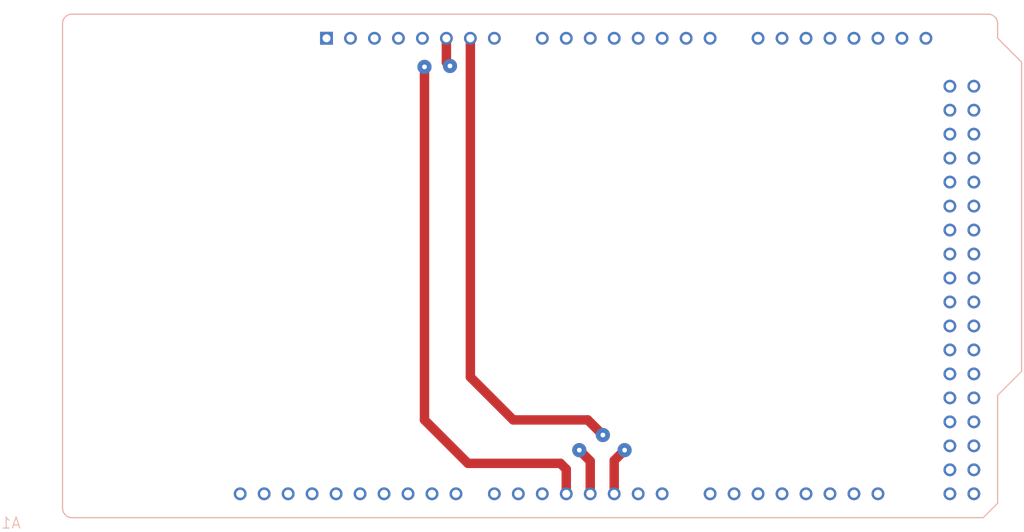
<source format=kicad_pcb>
(kicad_pcb (version 20221018) (generator pcbnew)
  (layers (0 "F.Cu" signal) (31 "B.Cu" signal) (34 "B.Paste" user) (35 "F.Paste" user) (36 "B.SilkS" user "B.Silkscreen") (37 "F.SilkS" user "F.Silkscreen") (38 "B.Mask" user) (39 "F.Mask" user) (44 "Edge.Cuts" user))
  (net 0 "")
  (net 14 "unconnected-(A1-Pad4)")
  (net 15 "unconnected-(A1-Pad3)")
  (net 16 "unconnected-(A1-Pad2)")
  (net 80 "unconnected-(A1-PadGND2)")
  (net 81 "unconnected-(A1-PadGND1)")
  (footprint "A000067:MODULE_A000067" (layer "B.Cu") (at 141.1544 101.0828)
    (fp_text reference "A1" (at -57.4 27.92) (layer "B.SilkS") (effects (font (size 1.1684 1.1684) (thickness 0.1016)) (justify right bottom mirror)))
    (fp_text value "A000067")
    (fp_line (start -50.8 -25.67) (end -50.8 25.67) (stroke (width 0.127)) (layer "B.SilkS"))
    (fp_line (start -49.8 26.67) (end 46.736 26.67) (stroke (width 0.127)) (layer "B.SilkS"))
    (fp_line (start 46.736 26.67) (end 48.26 25.146) (stroke (width 0.127)) (layer "B.SilkS"))
    (fp_line (start 47.26 -26.67) (end -49.8 -26.67) (stroke (width 0.127)) (layer "B.SilkS"))
    (fp_line (start 48.26 -24.13) (end 48.26 -25.67) (stroke (width 0.127)) (layer "B.SilkS"))
    (fp_line (start 48.26 13.716) (end 50.8 11.176) (stroke (width 0.127)) (layer "B.SilkS"))
    (fp_line (start 48.26 25.146) (end 48.26 13.716) (stroke (width 0.127)) (layer "B.SilkS"))
    (fp_line (start 50.8 -21.59) (end 48.26 -24.13) (stroke (width 0.127)) (layer "B.SilkS"))
    (fp_line (start 50.8 11.176) (end 50.8 -21.59) (stroke (width 0.127)) (layer "B.SilkS"))
    (fp_arc (start -50.8 -25.67) (mid -50.507107 -26.377107) (end -49.8 -26.67) (stroke (width 0.127)) (layer "B.SilkS"))
    (fp_arc (start -49.8 26.67) (mid -50.507107 26.377107) (end -50.8 25.67) (stroke (width 0.127)) (layer "B.SilkS"))
    (fp_arc (start 47.26 -26.67) (mid 47.967107 -26.377107) (end 48.26 -25.67) (stroke (width 0.127)) (layer "B.SilkS"))
    (pad "" np_thru_hole circle (at -36.8044 -24.1172) (size 3.2 3.2) (drill 3.2) (layers "*.Cu" "*.Mask"))
    (pad "" np_thru_hole circle (at -35.5344 24.1428) (size 3.2 3.2) (drill 3.2) (layers "*.Cu" "*.Mask"))
    (pad "" np_thru_hole circle (at 15.2656 -19.0372) (size 3.2 3.2) (drill 3.2) (layers "*.Cu" "*.Mask"))
    (pad "" np_thru_hole circle (at 15.2656 8.9028) (size 3.2 3.2) (drill 3.2) (layers "*.Cu" "*.Mask"))
    (pad "" np_thru_hole circle (at 39.3956 24.1428) (size 3.2 3.2) (drill 3.2) (layers "*.Cu" "*.Mask"))
    (pad "" np_thru_hole circle (at 45.7456 -24.1172) (size 3.2 3.2) (drill 3.2) (layers "*.Cu" "*.Mask"))
    (pad "0" thru_hole circle (at 12.7256 24.1428) (size 1.358 1.358) (drill 0.85) (layers "*.Cu" "*.Mask"))
    (pad "1" thru_hole circle (at 10.1856 24.1428) (size 1.358 1.358) (drill 0.85) (layers "*.Cu" "*.Mask"))
    (pad "2" thru_hole circle (at 7.6456 24.1428) (size 1.358 1.358) (drill 0.85) (layers "*.Cu" "*.Mask") (net 16 "unconnected-(A1-Pad2)"))
    (pad "3" thru_hole circle (at 5.1056 24.1428) (size 1.358 1.358) (drill 0.85) (layers "*.Cu" "*.Mask") (net 15 "unconnected-(A1-Pad3)"))
    (pad "3V3" thru_hole circle (at -15.2144 -24.1172) (size 1.358 1.358) (drill 0.85) (layers "*.Cu" "*.Mask"))
    (pad "4" thru_hole circle (at 2.5656 24.1428) (size 1.358 1.358) (drill 0.85) (layers "*.Cu" "*.Mask") (net 14 "unconnected-(A1-Pad4)"))
    (pad "5" thru_hole circle (at 0.0256 24.1428) (size 1.358 1.358) (drill 0.85) (layers "*.Cu" "*.Mask"))
    (pad "5V_1" thru_hole circle (at -12.6744 -24.1172) (size 1.358 1.358) (drill 0.85) (layers "*.Cu" "*.Mask"))
    (pad "5V_2" thru_hole circle (at 43.2056 24.1428) (size 1.358 1.358) (drill 0.85) (layers "*.Cu" "*.Mask"))
    (pad "5V_3" thru_hole circle (at 45.7456 24.1428) (size 1.358 1.358) (drill 0.85) (layers "*.Cu" "*.Mask"))
    (pad "6" thru_hole circle (at -2.5144 24.1428) (size 1.358 1.358) (drill 0.85) (layers "*.Cu" "*.Mask"))
    (pad "7" thru_hole circle (at -5.0544 24.1428) (size 1.358 1.358) (drill 0.85) (layers "*.Cu" "*.Mask"))
    (pad "8" thru_hole circle (at -9.1184 24.1428) (size 1.358 1.358) (drill 0.85) (layers "*.Cu" "*.Mask"))
    (pad "9" thru_hole circle (at -11.6584 24.1428) (size 1.358 1.358) (drill 0.85) (layers "*.Cu" "*.Mask"))
    (pad "10" thru_hole circle (at -14.1984 24.1428) (size 1.358 1.358) (drill 0.85) (layers "*.Cu" "*.Mask"))
    (pad "11" thru_hole circle (at -16.7384 24.1428) (size 1.358 1.358) (drill 0.85) (layers "*.Cu" "*.Mask"))
    (pad "12" thru_hole circle (at -19.2784 24.1428) (size 1.358 1.358) (drill 0.85) (layers "*.Cu" "*.Mask"))
    (pad "13" thru_hole circle (at -21.8184 24.1428) (size 1.358 1.358) (drill 0.85) (layers "*.Cu" "*.Mask"))
    (pad "14" thru_hole circle (at 17.8056 24.1428) (size 1.358 1.358) (drill 0.85) (layers "*.Cu" "*.Mask"))
    (pad "15" thru_hole circle (at 20.3456 24.1428) (size 1.358 1.358) (drill 0.85) (layers "*.Cu" "*.Mask"))
    (pad "16" thru_hole circle (at 22.8856 24.1428) (size 1.358 1.358) (drill 0.85) (layers "*.Cu" "*.Mask"))
    (pad "17" thru_hole circle (at 25.4256 24.1428) (size 1.358 1.358) (drill 0.85) (layers "*.Cu" "*.Mask"))
    (pad "18" thru_hole circle (at 27.9656 24.1428) (size 1.358 1.358) (drill 0.85) (layers "*.Cu" "*.Mask"))
    (pad "19" thru_hole circle (at 30.5056 24.1428) (size 1.358 1.358) (drill 0.85) (layers "*.Cu" "*.Mask"))
    (pad "20" thru_hole circle (at 33.0456 24.1428) (size 1.358 1.358) (drill 0.85) (layers "*.Cu" "*.Mask"))
    (pad "21" thru_hole circle (at 35.5856 24.1428) (size 1.358 1.358) (drill 0.85) (layers "*.Cu" "*.Mask"))
    (pad "22" thru_hole circle (at 43.2056 21.6028) (size 1.358 1.358) (drill 0.85) (layers "*.Cu" "*.Mask"))
    (pad "23" thru_hole circle (at 45.7456 21.6028) (size 1.358 1.358) (drill 0.85) (layers "*.Cu" "*.Mask"))
    (pad "24" thru_hole circle (at 43.2056 19.0628) (size 1.358 1.358) (drill 0.85) (layers "*.Cu" "*.Mask"))
    (pad "25" thru_hole circle (at 45.7456 19.0628) (size 1.358 1.358) (drill 0.85) (layers "*.Cu" "*.Mask"))
    (pad "26" thru_hole circle (at 43.2056 16.5228) (size 1.358 1.358) (drill 0.85) (layers "*.Cu" "*.Mask"))
    (pad "27" thru_hole circle (at 45.7456 16.5228) (size 1.358 1.358) (drill 0.85) (layers "*.Cu" "*.Mask"))
    (pad "28" thru_hole circle (at 43.2056 13.9828) (size 1.358 1.358) (drill 0.85) (layers "*.Cu" "*.Mask"))
    (pad "29" thru_hole circle (at 45.7456 13.9828) (size 1.358 1.358) (drill 0.85) (layers "*.Cu" "*.Mask"))
    (pad "30" thru_hole circle (at 43.2056 11.4428) (size 1.358 1.358) (drill 0.85) (layers "*.Cu" "*.Mask"))
    (pad "31" thru_hole circle (at 45.7456 11.4428) (size 1.358 1.358) (drill 0.85) (layers "*.Cu" "*.Mask"))
    (pad "32" thru_hole circle (at 43.2056 8.9028) (size 1.358 1.358) (drill 0.85) (layers "*.Cu" "*.Mask"))
    (pad "33" thru_hole circle (at 45.7456 8.9028) (size 1.358 1.358) (drill 0.85) (layers "*.Cu" "*.Mask"))
    (pad "34" thru_hole circle (at 43.2056 6.3628) (size 1.358 1.358) (drill 0.85) (layers "*.Cu" "*.Mask"))
    (pad "35" thru_hole circle (at 45.7456 6.3628) (size 1.358 1.358) (drill 0.85) (layers "*.Cu" "*.Mask"))
    (pad "36" thru_hole circle (at 43.2056 3.8228) (size 1.358 1.358) (drill 0.85) (layers "*.Cu" "*.Mask"))
    (pad "37" thru_hole circle (at 45.7456 3.8228) (size 1.358 1.358) (drill 0.85) (layers "*.Cu" "*.Mask"))
    (pad "38" thru_hole circle (at 43.2056 1.2828) (size 1.358 1.358) (drill 0.85) (layers "*.Cu" "*.Mask"))
    (pad "39" thru_hole circle (at 45.7456 1.2828) (size 1.358 1.358) (drill 0.85) (layers "*.Cu" "*.Mask"))
    (pad "40" thru_hole circle (at 43.2056 -1.2572) (size 1.358 1.358) (drill 0.85) (layers "*.Cu" "*.Mask"))
    (pad "41" thru_hole circle (at 45.7456 -1.2572) (size 1.358 1.358) (drill 0.85) (layers "*.Cu" "*.Mask"))
    (pad "42" thru_hole circle (at 43.2056 -3.7972) (size 1.358 1.358) (drill 0.85) (layers "*.Cu" "*.Mask"))
    (pad "43" thru_hole circle (at 45.7456 -3.7972) (size 1.358 1.358) (drill 0.85) (layers "*.Cu" "*.Mask"))
    (pad "44" thru_hole circle (at 43.2056 -6.3372) (size 1.358 1.358) (drill 0.85) (layers "*.Cu" "*.Mask"))
    (pad "45" thru_hole circle (at 45.7456 -6.3372) (size 1.358 1.358) (drill 0.85) (layers "*.Cu" "*.Mask"))
    (pad "46" thru_hole circle (at 43.2056 -8.8772) (size 1.358 1.358) (drill 0.85) (layers "*.Cu" "*.Mask"))
    (pad "47" thru_hole circle (at 45.7456 -8.8772) (size 1.358 1.358) (drill 0.85) (layers "*.Cu" "*.Mask"))
    (pad "48" thru_hole circle (at 43.2056 -11.4172) (size 1.358 1.358) (drill 0.85) (layers "*.Cu" "*.Mask"))
    (pad "49" thru_hole circle (at 45.7456 -11.4172) (size 1.358 1.358) (drill 0.85) (layers "*.Cu" "*.Mask"))
    (pad "50" thru_hole circle (at 43.2056 -13.9572) (size 1.358 1.358) (drill 0.85) (layers "*.Cu" "*.Mask"))
    (pad "51" thru_hole circle (at 45.7456 -13.9572) (size 1.358 1.358) (drill 0.85) (layers "*.Cu" "*.Mask"))
    (pad "52" thru_hole circle (at 43.2056 -16.4972) (size 1.358 1.358) (drill 0.85) (layers "*.Cu" "*.Mask"))
    (pad "53" thru_hole circle (at 45.7456 -16.4972) (size 1.358 1.358) (drill 0.85) (layers "*.Cu" "*.Mask"))
    (pad "AD0" thru_hole circle (at 0.0256 -24.1172) (size 1.358 1.358) (drill 0.85) (layers "*.Cu" "*.Mask"))
    (pad "AD1" thru_hole circle (at 2.5656 -24.1172) (size 1.358 1.358) (drill 0.85) (layers "*.Cu" "*.Mask"))
    (pad "AD2" thru_hole circle (at 5.1056 -24.1172) (size 1.358 1.358) (drill 0.85) (layers "*.Cu" "*.Mask"))
    (pad "AD3" thru_hole circle (at 7.6456 -24.1172) (size 1.358 1.358) (drill 0.85) (layers "*.Cu" "*.Mask"))
    (pad "AD4" thru_hole circle (at 10.1856 -24.1172) (size 1.358 1.358) (drill 0.85) (layers "*.Cu" "*.Mask"))
    (pad "AD5" thru_hole circle (at 12.7256 -24.1172) (size 1.358 1.358) (drill 0.85) (layers "*.Cu" "*.Mask"))
    (pad "AD6" thru_hole circle (at 15.2656 -24.1172) (size 1.358 1.358) (drill 0.85) (layers "*.Cu" "*.Mask"))
    (pad "AD7" thru_hole circle (at 17.8056 -24.1172) (size 1.358 1.358) (drill 0.85) (layers "*.Cu" "*.Mask"))
    (pad "AD8" thru_hole circle (at 22.8856 -24.1172) (size 1.358 1.358) (drill 0.85) (layers "*.Cu" "*.Mask"))
    (pad "AD9" thru_hole circle (at 25.4256 -24.1172) (size 1.358 1.358) (drill 0.85) (layers "*.Cu" "*.Mask"))
    (pad "AD10" thru_hole circle (at 27.9656 -24.1172) (size 1.358 1.358) (drill 0.85) (layers "*.Cu" "*.Mask"))
    (pad "AD11" thru_hole circle (at 30.5056 -24.1172) (size 1.358 1.358) (drill 0.85) (layers "*.Cu" "*.Mask"))
    (pad "AD12" thru_hole circle (at 33.0456 -24.1172) (size 1.358 1.358) (drill 0.85) (layers "*.Cu" "*.Mask"))
    (pad "AD13" thru_hole circle (at 35.5856 -24.1172) (size 1.358 1.358) (drill 0.85) (layers "*.Cu" "*.Mask"))
    (pad "AD14" thru_hole circle (at 38.1256 -24.1172) (size 1.358 1.358) (drill 0.85) (layers "*.Cu" "*.Mask"))
    (pad "AD15" thru_hole circle (at 40.6656 -24.1172) (size 1.358 1.358) (drill 0.85) (layers "*.Cu" "*.Mask"))
    (pad "AREF" thru_hole circle (at -26.8984 24.1428) (size 1.358 1.358) (drill 0.85) (layers "*.Cu" "*.Mask"))
    (pad "GND1" thru_hole circle (at -10.1344 -24.1172) (size 1.358 1.358) (drill 0.85) (layers "*.Cu" "*.Mask") (net 81 "unconnected-(A1-PadGND1)"))
    (pad "GND2" thru_hole circle (at -7.5944 -24.1172) (size 1.358 1.358) (drill 0.85) (layers "*.Cu" "*.Mask") (net 80 "unconnected-(A1-PadGND2)"))
    (pad "GND3" thru_hole circle (at -24.3584 24.1428) (size 1.358 1.358) (drill 0.85) (layers "*.Cu" "*.Mask"))
    (pad "GND4" thru_hole circle (at 43.2056 -19.0372) (size 1.358 1.358) (drill 0.85) (layers "*.Cu" "*.Mask"))
    (pad "GND5" thru_hole circle (at 45.7456 -19.0372) (size 1.358 1.358) (drill 0.85) (layers "*.Cu" "*.Mask"))
    (pad "IOREF" thru_hole circle (at -20.2944 -24.1172) (size 1.358 1.358) (drill 0.85) (layers "*.Cu" "*.Mask"))
    (pad "NC" thru_hole rect (at -22.8344 -24.1172) (size 1.358 1.358) (drill 0.85) (layers "*.Cu" "*.Mask"))
    (pad "RESET" thru_hole circle (at -17.7544 -24.1172) (size 1.358 1.358) (drill 0.85) (layers "*.Cu" "*.Mask"))
    (pad "SCL" thru_hole circle (at -31.9784 24.1428) (size 1.358 1.358) (drill 0.85) (layers "*.Cu" "*.Mask"))
    (pad "SDA" thru_hole circle (at -29.4384 24.1428) (size 1.358 1.358) (drill 0.85) (layers "*.Cu" "*.Mask"))
    (pad "VIN" thru_hole circle (at -5.0544 -24.1172) (size 1.358 1.358) (drill 0.85) (layers "*.Cu" "*.Mask"))
  )
  (segment (start 143.72 125.2256) (end 143.72 122.62) (width 1) (layer "F.Cu") (net 14))
  (segment (start 128.7 117.4) (end 128.7 80) (width 1) (layer "F.Cu") (net 14))
  (segment (start 143.1 122) (end 133.3 122) (width 1) (layer "F.Cu") (net 14))
  (segment (start 133.3 122) (end 128.7 117.4) (width 1) (layer "F.Cu") (net 14))
  (segment (start 143.72 122.62) (end 143.1 122) (width 1) (layer "F.Cu") (net 14))
  (via (at 128.7 80) (size 1.5) (drill 0.5) (layers "F.Cu" "B.Cu") (net 14))
  (segment (start 146.26 121.76) (end 145.1 120.6) (width 1) (layer "F.Cu") (net 15))
  (segment (start 146.26 125.2256) (end 146.26 121.76) (width 1) (layer "F.Cu") (net 15))
  (via (at 145.1 120.6) (size 1.5) (drill 0.5) (layers "F.Cu" "B.Cu") (net 15))
  (segment (start 148.8 121.7) (end 149.9 120.6) (width 1) (layer "F.Cu") (net 16))
  (segment (start 148.8 125.2256) (end 148.8 121.7) (width 1) (layer "F.Cu") (net 16))
  (via (at 149.9 120.6) (size 1.5) (drill 0.5) (layers "F.Cu" "B.Cu") (net 16))
  (segment (start 133.56 112.86) (end 138.1 117.4) (width 1) (layer "F.Cu") (net 80))
  (segment (start 133.56 76.9656) (end 133.56 112.86) (width 1) (layer "F.Cu") (net 80))
  (segment (start 146 117.4) (end 147.5 118.9) (width 1) (layer "F.Cu") (net 80))
  (segment (start 147.5 118.9) (end 147.6 119) (width 0.25) (layer "F.Cu") (net 80))
  (segment (start 138.1 117.4) (end 146 117.4) (width 1) (layer "F.Cu") (net 80))
  (via (at 147.6 119) (size 1.5) (drill 0.5) (layers "F.Cu" "B.Cu") (net 80))
  (segment (start 131.02 76.9656) (end 131.02 79.52) (width 1) (layer "F.Cu") (net 81))
  (segment (start 131.02 79.52) (end 131.4 79.9) (width 1) (layer "F.Cu") (net 81))
  (via (at 131.4 79.9) (size 1.5) (drill 0.5) (layers "F.Cu" "B.Cu") (net 81))
)
</source>
